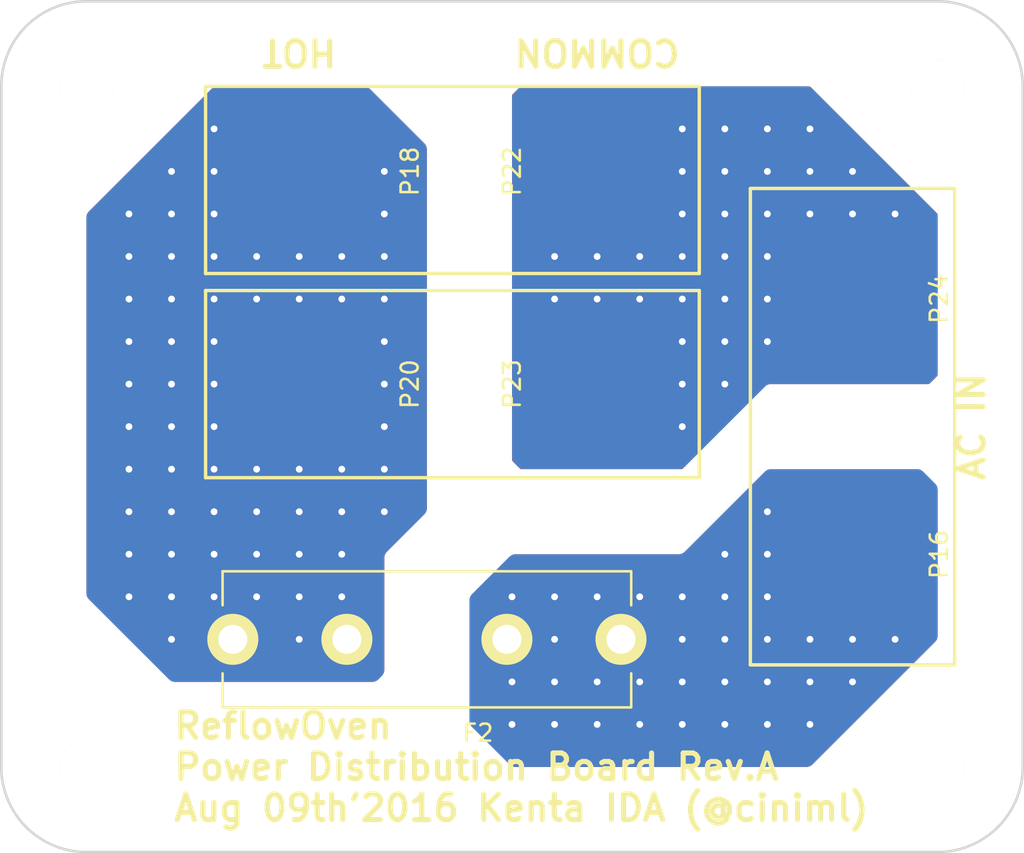
<source format=kicad_pcb>
(kicad_pcb (version 4) (host pcbnew 4.0.1-stable)

  (general
    (links 157)
    (no_connects 2)
    (area 43.924999 29.924999 104.075001 80.075001)
    (thickness 1.6)
    (drawings 24)
    (tracks 260)
    (zones 0)
    (modules 11)
    (nets 4)
  )

  (page A4)
  (layers
    (0 F.Cu signal)
    (31 B.Cu signal)
    (32 B.Adhes user)
    (33 F.Adhes user)
    (34 B.Paste user)
    (35 F.Paste user)
    (36 B.SilkS user)
    (37 F.SilkS user)
    (38 B.Mask user)
    (39 F.Mask user)
    (40 Dwgs.User user)
    (41 Cmts.User user)
    (42 Eco1.User user)
    (43 Eco2.User user)
    (44 Edge.Cuts user)
    (45 Margin user)
    (46 B.CrtYd user)
    (47 F.CrtYd user)
    (48 B.Fab user)
    (49 F.Fab user)
  )

  (setup
    (last_trace_width 0.25)
    (user_trace_width 1)
    (trace_clearance 0.2)
    (zone_clearance 0.6)
    (zone_45_only no)
    (trace_min 0.2)
    (segment_width 0.2)
    (edge_width 0.15)
    (via_size 0.6)
    (via_drill 0.4)
    (via_min_size 0.4)
    (via_min_drill 0.3)
    (uvia_size 0.3)
    (uvia_drill 0.1)
    (uvias_allowed no)
    (uvia_min_size 0.2)
    (uvia_min_drill 0.1)
    (pcb_text_width 0.3)
    (pcb_text_size 1.5 1.5)
    (mod_edge_width 0.15)
    (mod_text_size 1 1)
    (mod_text_width 0.15)
    (pad_size 0.70104 2.5019)
    (pad_drill 0)
    (pad_to_mask_clearance 0.2)
    (aux_axis_origin 44 80)
    (grid_origin 44 80)
    (visible_elements 7FFFFFFF)
    (pcbplotparams
      (layerselection 0x010f0_80000001)
      (usegerberextensions true)
      (excludeedgelayer true)
      (linewidth 0.100000)
      (plotframeref false)
      (viasonmask false)
      (mode 1)
      (useauxorigin true)
      (hpglpennumber 1)
      (hpglpenspeed 20)
      (hpglpendiameter 15)
      (hpglpenoverlay 2)
      (psnegative false)
      (psa4output false)
      (plotreference false)
      (plotvalue false)
      (plotinvisibletext false)
      (padsonsilk false)
      (subtractmaskfromsilk false)
      (outputformat 1)
      (mirror false)
      (drillshape 0)
      (scaleselection 1)
      (outputdirectory Gerber_PowerDistribution))
  )

  (net 0 "")
  (net 1 "Net-(F2-Pad2)")
  (net 2 "Net-(F2-Pad1)")
  (net 3 "Net-(P22-Pad1)")

  (net_class Default "これは標準のネット クラスです。"
    (clearance 0.2)
    (trace_width 0.25)
    (via_dia 0.6)
    (via_drill 0.4)
    (uvia_dia 0.3)
    (uvia_drill 0.1)
    (add_net +3V3)
    (add_net +5V)
    (add_net /Buzzar)
    (add_net /CS0)
    (add_net /CS1)
    (add_net /HEATERDRIVER2/AC_COMMON)
    (add_net /HEATERDRIVER2/GND_LOGIC)
    (add_net /HEATERDRIVER2/HEATER)
    (add_net /HEATERDRIVER2/SSR_CTRL)
    (add_net /HEATERDRIVER2/VDD_LOGIC)
    (add_net /HEATERDRIVER2/ZC_OUT_A)
    (add_net /HEATERDRIVER2/ZC_OUT_B)
    (add_net /LedBlue)
    (add_net /LedGreen)
    (add_net /LedRed)
    (add_net /MISO)
    (add_net /SCK)
    (add_net /SSRCtrl0)
    (add_net /SSRCtrl1)
    (add_net /ZeroCross0)
    (add_net /ZeroCross1)
    (add_net GND)
    (add_net "Net-(CON1-Pad1)")
    (add_net "Net-(CON1-Pad3)")
    (add_net "Net-(D1-Pad1)")
    (add_net "Net-(D2-Pad1)")
    (add_net "Net-(D2-Pad2)")
    (add_net "Net-(D3-Pad2)")
    (add_net "Net-(D4-Pad2)")
    (add_net "Net-(D6-Pad1)")
    (add_net "Net-(D6-Pad2)")
    (add_net "Net-(F2-Pad1)")
    (add_net "Net-(F2-Pad2)")
    (add_net "Net-(P1-Pad1)")
    (add_net "Net-(P1-Pad3)")
    (add_net "Net-(P1-Pad4)")
    (add_net "Net-(P1-Pad5)")
    (add_net "Net-(P12-Pad2)")
    (add_net "Net-(P17-Pad1)")
    (add_net "Net-(P17-Pad2)")
    (add_net "Net-(P17-Pad3)")
    (add_net "Net-(P2-Pad1)")
    (add_net "Net-(P2-Pad2)")
    (add_net "Net-(P2-Pad3)")
    (add_net "Net-(P2-Pad4)")
    (add_net "Net-(P2-Pad5)")
    (add_net "Net-(P2-Pad6)")
    (add_net "Net-(P2-Pad7)")
    (add_net "Net-(P22-Pad1)")
    (add_net "Net-(P3-Pad1)")
    (add_net "Net-(P3-Pad2)")
    (add_net "Net-(P4-Pad1)")
    (add_net "Net-(P4-Pad2)")
    (add_net "Net-(P4-Pad3)")
    (add_net "Net-(P4-Pad4)")
    (add_net "Net-(P4-Pad5)")
    (add_net "Net-(P4-Pad6)")
    (add_net "Net-(P4-Pad7)")
    (add_net "Net-(P4-Pad8)")
    (add_net "Net-(P5-Pad1)")
    (add_net "Net-(P5-Pad2)")
    (add_net "Net-(P6-Pad+)")
    (add_net "Net-(P6-Pad-)")
    (add_net "Net-(P7-Pad+)")
    (add_net "Net-(P7-Pad-)")
    (add_net "Net-(P8-Pad4)")
    (add_net "Net-(P9-Pad4)")
    (add_net "Net-(Q1-Pad1)")
    (add_net "Net-(Q3-Pad1)")
    (add_net "Net-(R1-Pad2)")
    (add_net "Net-(R21-Pad2)")
    (add_net "Net-(R22-Pad2)")
    (add_net "Net-(U1-Pad0.4)")
    (add_net "Net-(U1-Pad0.5)")
    (add_net "Net-(U1-Pad1.4)")
    (add_net "Net-(U1-PadVDDA)")
    (add_net "Net-(U1-PadVREF)")
    (add_net "Net-(U2-Pad8)")
    (add_net "Net-(U3-Pad8)")
    (add_net "Net-(U4-Pad3)")
  )

  (module Mounting_Holes:MountingHole_3.2mm_M3 (layer F.Cu) (tedit 57A61006) (tstamp 57A68071)
    (at 99 35 90)
    (descr "Mounting Hole 3.2mm, no annular, M3")
    (tags "mounting hole 3.2mm no annular m3")
    (fp_text reference REF** (at 0 0 90) (layer F.SilkS) hide
      (effects (font (size 1 1) (thickness 0.15)))
    )
    (fp_text value MountingHole_3.2mm_M3 (at 0 0 90) (layer F.Fab) hide
      (effects (font (size 1 1) (thickness 0.15)))
    )
    (fp_circle (center 0 0) (end 3.2 0) (layer Cmts.User) (width 0.15))
    (fp_circle (center 0 0) (end 3.45 0) (layer F.CrtYd) (width 0.05))
    (pad 1 np_thru_hole circle (at 0 0 90) (size 3.2 3.2) (drill 3.2) (layers *.Cu *.Mask F.SilkS))
  )

  (module Mounting_Holes:MountingHole_3.2mm_M3 (layer F.Cu) (tedit 57A61006) (tstamp 57A6806D)
    (at 99 75 90)
    (descr "Mounting Hole 3.2mm, no annular, M3")
    (tags "mounting hole 3.2mm no annular m3")
    (fp_text reference REF** (at 0 0 90) (layer F.SilkS) hide
      (effects (font (size 1 1) (thickness 0.15)))
    )
    (fp_text value MountingHole_3.2mm_M3 (at 0 0 90) (layer F.Fab) hide
      (effects (font (size 1 1) (thickness 0.15)))
    )
    (fp_circle (center 0 0) (end 3.2 0) (layer Cmts.User) (width 0.15))
    (fp_circle (center 0 0) (end 3.45 0) (layer F.CrtYd) (width 0.05))
    (pad 1 np_thru_hole circle (at 0 0 90) (size 3.2 3.2) (drill 3.2) (layers *.Cu *.Mask F.SilkS))
  )

  (module Mounting_Holes:MountingHole_3.2mm_M3 (layer F.Cu) (tedit 57A61006) (tstamp 57A68069)
    (at 49 75 90)
    (descr "Mounting Hole 3.2mm, no annular, M3")
    (tags "mounting hole 3.2mm no annular m3")
    (fp_text reference REF** (at 0 0 90) (layer F.SilkS) hide
      (effects (font (size 1 1) (thickness 0.15)))
    )
    (fp_text value MountingHole_3.2mm_M3 (at 0 0 90) (layer F.Fab) hide
      (effects (font (size 1 1) (thickness 0.15)))
    )
    (fp_circle (center 0 0) (end 3.2 0) (layer Cmts.User) (width 0.15))
    (fp_circle (center 0 0) (end 3.45 0) (layer F.CrtYd) (width 0.05))
    (pad 1 np_thru_hole circle (at 0 0 90) (size 3.2 3.2) (drill 3.2) (layers *.Cu *.Mask F.SilkS))
  )

  (module Mounting_Holes:MountingHole_3.2mm_M3 (layer F.Cu) (tedit 57A61006) (tstamp 57A68065)
    (at 49 35 90)
    (descr "Mounting Hole 3.2mm, no annular, M3")
    (tags "mounting hole 3.2mm no annular m3")
    (fp_text reference REF** (at 0 0 90) (layer F.SilkS) hide
      (effects (font (size 1 1) (thickness 0.15)))
    )
    (fp_text value MountingHole_3.2mm_M3 (at 0 0 90) (layer F.Fab) hide
      (effects (font (size 1 1) (thickness 0.15)))
    )
    (fp_circle (center 0 0) (end 3.2 0) (layer Cmts.User) (width 0.15))
    (fp_circle (center 0 0) (end 3.45 0) (layer F.CrtYd) (width 0.05))
    (pad 1 np_thru_hole circle (at 0 0 90) (size 3.2 3.2) (drill 3.2) (layers *.Cu *.Mask F.SilkS))
  )

  (module akiduki_terminal:PV-3 (layer F.Cu) (tedit 578FBE8D) (tstamp 579F712E)
    (at 94 62.5 90)
    (tags SMD,TERMINAL)
    (path /577F8C13)
    (fp_text reference P16 (at 0 5.08 90) (layer F.SilkS)
      (effects (font (size 1 1) (thickness 0.15)))
    )
    (fp_text value PV-3 (at 0 -2.5 90) (layer F.Fab)
      (effects (font (size 1 1) (thickness 0.15)))
    )
    (fp_circle (center 0 0) (end 1.5 0) (layer F.Fab) (width 0.15))
    (fp_circle (center 0 0) (end 1 0) (layer F.Fab) (width 0.15))
    (fp_line (start -3.5 -3.5) (end -3.5 3.5) (layer F.Fab) (width 0.15))
    (fp_line (start 3.5 -3.5) (end -3.5 -3.5) (layer F.Fab) (width 0.15))
    (fp_line (start 3.5 3.5) (end 3.5 -3.5) (layer F.Fab) (width 0.15))
    (fp_line (start -3.5 3.5) (end 3.5 3.5) (layer F.Fab) (width 0.15))
    (pad 1 smd rect (at 0 0 90) (size 8 8) (layers F.Cu F.Paste F.Mask)
      (net 1 "Net-(F2-Pad2)"))
  )

  (module akiduki_terminal:PV-3 (layer F.Cu) (tedit 578FBE8D) (tstamp 579F714C)
    (at 61.5 40 90)
    (tags SMD,TERMINAL)
    (path /577F8B47)
    (fp_text reference P18 (at 0 6.5 90) (layer F.SilkS)
      (effects (font (size 1 1) (thickness 0.15)))
    )
    (fp_text value PV-3 (at 0 -2.5 90) (layer F.Fab)
      (effects (font (size 1 1) (thickness 0.15)))
    )
    (fp_circle (center 0 0) (end 1.5 0) (layer F.Fab) (width 0.15))
    (fp_circle (center 0 0) (end 1 0) (layer F.Fab) (width 0.15))
    (fp_line (start -3.5 -3.5) (end -3.5 3.5) (layer F.Fab) (width 0.15))
    (fp_line (start 3.5 -3.5) (end -3.5 -3.5) (layer F.Fab) (width 0.15))
    (fp_line (start 3.5 3.5) (end 3.5 -3.5) (layer F.Fab) (width 0.15))
    (fp_line (start -3.5 3.5) (end 3.5 3.5) (layer F.Fab) (width 0.15))
    (pad 1 smd rect (at 0 0 90) (size 8 8) (layers F.Cu F.Paste F.Mask)
      (net 2 "Net-(F2-Pad1)"))
  )

  (module akiduki_terminal:PV-3 (layer F.Cu) (tedit 578FBE8D) (tstamp 579F7162)
    (at 61.5 52.5 90)
    (tags SMD,TERMINAL)
    (path /577F8EF7)
    (fp_text reference P20 (at 0 6.5 90) (layer F.SilkS)
      (effects (font (size 1 1) (thickness 0.15)))
    )
    (fp_text value PV-3 (at 0 -2.5 90) (layer F.Fab)
      (effects (font (size 1 1) (thickness 0.15)))
    )
    (fp_circle (center 0 0) (end 1.5 0) (layer F.Fab) (width 0.15))
    (fp_circle (center 0 0) (end 1 0) (layer F.Fab) (width 0.15))
    (fp_line (start -3.5 -3.5) (end -3.5 3.5) (layer F.Fab) (width 0.15))
    (fp_line (start 3.5 -3.5) (end -3.5 -3.5) (layer F.Fab) (width 0.15))
    (fp_line (start 3.5 3.5) (end 3.5 -3.5) (layer F.Fab) (width 0.15))
    (fp_line (start -3.5 3.5) (end 3.5 3.5) (layer F.Fab) (width 0.15))
    (pad 1 smd rect (at 0 0 90) (size 8 8) (layers F.Cu F.Paste F.Mask)
      (net 2 "Net-(F2-Pad1)"))
  )

  (module akiduki_terminal:FUC-03A-FUSE-20 (layer F.Cu) (tedit 579F78D2) (tstamp 57A01970)
    (at 69 67.5)
    (tags FUSE)
    (path /579FC585)
    (fp_text reference F2 (at 3 5.5) (layer F.SilkS)
      (effects (font (size 1 1) (thickness 0.15)))
    )
    (fp_text value 250V,15A (at -3 5.5) (layer F.Fab) hide
      (effects (font (size 1 1) (thickness 0.15)))
    )
    (fp_line (start -12 4) (end -12 2) (layer F.SilkS) (width 0.15))
    (fp_line (start 12 4) (end -12 4) (layer F.SilkS) (width 0.15))
    (fp_line (start 12 2) (end 12 4) (layer F.SilkS) (width 0.15))
    (fp_line (start 12 -4) (end 12 -2) (layer F.SilkS) (width 0.15))
    (fp_line (start -12 -4) (end 12 -4) (layer F.SilkS) (width 0.15))
    (fp_line (start -12 -2) (end -12 -4) (layer F.SilkS) (width 0.15))
    (fp_line (start 10 2.6) (end 10 -2.6) (layer F.Fab) (width 0.15))
    (fp_line (start -10 -2.6) (end -10 2.6) (layer F.Fab) (width 0.15))
    (fp_line (start -10 -2.6) (end 10 -2.6) (layer F.Fab) (width 0.15))
    (fp_line (start -10 2.6) (end 10 2.6) (layer F.Fab) (width 0.15))
    (fp_line (start 10.2 -3.2) (end 10.2 3.2) (layer F.Fab) (width 0.15))
    (fp_line (start 11.2 -3.2) (end 4.9 -3.2) (layer F.Fab) (width 0.15))
    (fp_line (start 11.2 3.2) (end 11.2 -3.2) (layer F.Fab) (width 0.15))
    (fp_line (start 4.9 3.2) (end 11.2 3.2) (layer F.Fab) (width 0.15))
    (fp_line (start 4.9 -3.2) (end 4.9 3.2) (layer F.Fab) (width 0.15))
    (fp_line (start -11.2 -3.2) (end -11.2 3.2) (layer F.Fab) (width 0.15))
    (fp_line (start -4.9 -3.2) (end -11.2 -3.2) (layer F.Fab) (width 0.15))
    (fp_line (start -4.9 3.2) (end -4.9 -3.2) (layer F.Fab) (width 0.15))
    (fp_line (start -10.2 3.2) (end -10.2 -3.2) (layer F.Fab) (width 0.15))
    (fp_line (start -11.2 3.2) (end -4.9 3.2) (layer F.Fab) (width 0.15))
    (pad 2 thru_hole circle (at 11.4 0) (size 3 3) (drill 1.7) (layers *.Cu *.Mask F.SilkS)
      (net 1 "Net-(F2-Pad2)"))
    (pad 2 thru_hole circle (at 4.7 0) (size 3 3) (drill 1.7) (layers *.Cu *.Mask F.SilkS)
      (net 1 "Net-(F2-Pad2)"))
    (pad 1 thru_hole circle (at -11.4 0 180) (size 3 3) (drill 1.7) (layers *.Cu *.Mask F.SilkS)
      (net 2 "Net-(F2-Pad1)"))
    (pad 1 thru_hole circle (at -4.7 0 180) (size 3 3) (drill 1.7) (layers *.Cu *.Mask F.SilkS)
      (net 2 "Net-(F2-Pad1)"))
  )

  (module akiduki_terminal:PV-3 (layer F.Cu) (tedit 578FBE8D) (tstamp 57A0B41C)
    (at 79 40 90)
    (tags SMD,TERMINAL)
    (path /57A060D5)
    (fp_text reference P22 (at 0 -5 90) (layer F.SilkS)
      (effects (font (size 1 1) (thickness 0.15)))
    )
    (fp_text value PV-3 (at 0 -2.5 90) (layer F.Fab)
      (effects (font (size 1 1) (thickness 0.15)))
    )
    (fp_circle (center 0 0) (end 1.5 0) (layer F.Fab) (width 0.15))
    (fp_circle (center 0 0) (end 1 0) (layer F.Fab) (width 0.15))
    (fp_line (start -3.5 -3.5) (end -3.5 3.5) (layer F.Fab) (width 0.15))
    (fp_line (start 3.5 -3.5) (end -3.5 -3.5) (layer F.Fab) (width 0.15))
    (fp_line (start 3.5 3.5) (end 3.5 -3.5) (layer F.Fab) (width 0.15))
    (fp_line (start -3.5 3.5) (end 3.5 3.5) (layer F.Fab) (width 0.15))
    (pad 1 smd rect (at 0 0 90) (size 8 8) (layers F.Cu F.Paste F.Mask)
      (net 3 "Net-(P22-Pad1)"))
  )

  (module akiduki_terminal:PV-3 (layer F.Cu) (tedit 578FBE8D) (tstamp 57A0B427)
    (at 79 52.5 90)
    (tags SMD,TERMINAL)
    (path /57A061EC)
    (fp_text reference P23 (at 0 -5 90) (layer F.SilkS)
      (effects (font (size 1 1) (thickness 0.15)))
    )
    (fp_text value PV-3 (at 0 -2.5 90) (layer F.Fab)
      (effects (font (size 1 1) (thickness 0.15)))
    )
    (fp_circle (center 0 0) (end 1.5 0) (layer F.Fab) (width 0.15))
    (fp_circle (center 0 0) (end 1 0) (layer F.Fab) (width 0.15))
    (fp_line (start -3.5 -3.5) (end -3.5 3.5) (layer F.Fab) (width 0.15))
    (fp_line (start 3.5 -3.5) (end -3.5 -3.5) (layer F.Fab) (width 0.15))
    (fp_line (start 3.5 3.5) (end 3.5 -3.5) (layer F.Fab) (width 0.15))
    (fp_line (start -3.5 3.5) (end 3.5 3.5) (layer F.Fab) (width 0.15))
    (pad 1 smd rect (at 0 0 90) (size 8 8) (layers F.Cu F.Paste F.Mask)
      (net 3 "Net-(P22-Pad1)"))
  )

  (module akiduki_terminal:PV-3 (layer F.Cu) (tedit 578FBE8D) (tstamp 57A0B432)
    (at 94 47.5 90)
    (tags SMD,TERMINAL)
    (path /57A05FD9)
    (fp_text reference P24 (at 0 5.08 90) (layer F.SilkS)
      (effects (font (size 1 1) (thickness 0.15)))
    )
    (fp_text value PV-3 (at 0 -2.5 90) (layer F.Fab)
      (effects (font (size 1 1) (thickness 0.15)))
    )
    (fp_circle (center 0 0) (end 1.5 0) (layer F.Fab) (width 0.15))
    (fp_circle (center 0 0) (end 1 0) (layer F.Fab) (width 0.15))
    (fp_line (start -3.5 -3.5) (end -3.5 3.5) (layer F.Fab) (width 0.15))
    (fp_line (start 3.5 -3.5) (end -3.5 -3.5) (layer F.Fab) (width 0.15))
    (fp_line (start 3.5 3.5) (end 3.5 -3.5) (layer F.Fab) (width 0.15))
    (fp_line (start -3.5 3.5) (end 3.5 3.5) (layer F.Fab) (width 0.15))
    (pad 1 smd rect (at 0 0 90) (size 8 8) (layers F.Cu F.Paste F.Mask)
      (net 3 "Net-(P22-Pad1)"))
  )

  (gr_text "ReflowOven \nPower Distribution Board Rev.A\nAug 09th'2016 Kenta IDA (@ciniml)" (at 54 75) (layer F.SilkS) (tstamp 57A8D125)
    (effects (font (size 1.5 1.5) (thickness 0.3)) (justify left))
  )
  (gr_arc (start 49 75) (end 49 80) (angle 90) (layer Edge.Cuts) (width 0.15))
  (gr_arc (start 99 75) (end 104 75) (angle 90) (layer Edge.Cuts) (width 0.15))
  (gr_arc (start 99 35) (end 99 30) (angle 90) (layer Edge.Cuts) (width 0.15))
  (gr_arc (start 49 35) (end 44 35) (angle 90) (layer Edge.Cuts) (width 0.15))
  (gr_text COMMON (at 79 33 180) (layer F.SilkS) (tstamp 57A77EC6)
    (effects (font (size 1.5 1.5) (thickness 0.3)))
  )
  (gr_text HOT (at 61.5 33 180) (layer F.SilkS) (tstamp 57A77EC3)
    (effects (font (size 1.5 1.5) (thickness 0.3)))
  )
  (gr_line (start 56 46) (end 85 46) (layer F.SilkS) (width 0.2))
  (gr_line (start 56 35) (end 56 46) (layer F.SilkS) (width 0.2))
  (gr_line (start 85 35) (end 56 35) (layer F.SilkS) (width 0.2))
  (gr_line (start 85 46) (end 85 35) (layer F.SilkS) (width 0.2))
  (gr_line (start 56 58) (end 85 58) (layer F.SilkS) (width 0.2))
  (gr_line (start 56 47) (end 56 58) (layer F.SilkS) (width 0.2))
  (gr_line (start 85 47) (end 56 47) (layer F.SilkS) (width 0.2))
  (gr_line (start 85 58) (end 85 47) (layer F.SilkS) (width 0.2))
  (gr_text "AC IN" (at 101 55 90) (layer F.SilkS)
    (effects (font (size 1.5 1.5) (thickness 0.3)))
  )
  (gr_line (start 100 69) (end 88 69) (layer F.SilkS) (width 0.2))
  (gr_line (start 100 41) (end 100 69) (layer F.SilkS) (width 0.2))
  (gr_line (start 88 41) (end 100 41) (layer F.SilkS) (width 0.2))
  (gr_line (start 88 69) (end 88 41) (layer F.SilkS) (width 0.2))
  (gr_line (start 104 35) (end 104 75) (layer Edge.Cuts) (width 0.15))
  (gr_line (start 49 30) (end 99 30) (layer Edge.Cuts) (width 0.15))
  (gr_line (start 44 75) (end 44 35) (layer Edge.Cuts) (width 0.15))
  (gr_line (start 99 80) (end 49 80) (layer Edge.Cuts) (width 0.15))

  (segment (start 76.5 67.5) (end 74 65) (width 0.25) (layer B.Cu) (net 1))
  (via (at 74 65) (size 0.6) (drill 0.4) (layers F.Cu B.Cu) (net 1))
  (segment (start 76.5 65) (end 76.5 67.5) (width 0.25) (layer F.Cu) (net 1))
  (via (at 76.5 67.5) (size 0.6) (drill 0.4) (layers F.Cu B.Cu) (net 1))
  (segment (start 79 65) (end 76.5 65) (width 0.25) (layer B.Cu) (net 1))
  (via (at 76.5 65) (size 0.6) (drill 0.4) (layers F.Cu B.Cu) (net 1))
  (segment (start 81.5 65) (end 79 65) (width 0.25) (layer F.Cu) (net 1))
  (via (at 79 65) (size 0.6) (drill 0.4) (layers F.Cu B.Cu) (net 1))
  (segment (start 84 65) (end 81.5 65) (width 0.25) (layer B.Cu) (net 1))
  (via (at 81.5 65) (size 0.6) (drill 0.4) (layers F.Cu B.Cu) (net 1))
  (segment (start 79 70) (end 81.5 70) (width 0.25) (layer F.Cu) (net 1))
  (via (at 81.5 70) (size 0.6) (drill 0.4) (layers F.Cu B.Cu) (net 1))
  (segment (start 76.5 70) (end 79 70) (width 0.25) (layer B.Cu) (net 1))
  (via (at 79 70) (size 0.6) (drill 0.4) (layers F.Cu B.Cu) (net 1))
  (segment (start 74 70) (end 76.5 70) (width 0.25) (layer F.Cu) (net 1))
  (via (at 76.5 70) (size 0.6) (drill 0.4) (layers F.Cu B.Cu) (net 1))
  (segment (start 74 72.5) (end 74 70) (width 0.25) (layer B.Cu) (net 1))
  (via (at 74 70) (size 0.6) (drill 0.4) (layers F.Cu B.Cu) (net 1))
  (segment (start 76.5 72.5) (end 74 72.5) (width 0.25) (layer F.Cu) (net 1))
  (via (at 74 72.5) (size 0.6) (drill 0.4) (layers F.Cu B.Cu) (net 1))
  (segment (start 79 72.5) (end 76.5 72.5) (width 0.25) (layer B.Cu) (net 1))
  (via (at 76.5 72.5) (size 0.6) (drill 0.4) (layers F.Cu B.Cu) (net 1))
  (segment (start 81.5 72.5) (end 79 72.5) (width 0.25) (layer F.Cu) (net 1))
  (via (at 79 72.5) (size 0.6) (drill 0.4) (layers F.Cu B.Cu) (net 1))
  (segment (start 84 72.5) (end 81.5 72.5) (width 0.25) (layer B.Cu) (net 1))
  (via (at 81.5 72.5) (size 0.6) (drill 0.4) (layers F.Cu B.Cu) (net 1))
  (segment (start 86.5 72.5) (end 84 72.5) (width 0.25) (layer F.Cu) (net 1))
  (via (at 84 72.5) (size 0.6) (drill 0.4) (layers F.Cu B.Cu) (net 1))
  (segment (start 84 70) (end 86.5 72.5) (width 0.25) (layer B.Cu) (net 1))
  (via (at 86.5 72.5) (size 0.6) (drill 0.4) (layers F.Cu B.Cu) (net 1))
  (segment (start 84 65) (end 84 70) (width 0.25) (layer F.Cu) (net 1))
  (via (at 84 70) (size 0.6) (drill 0.4) (layers F.Cu B.Cu) (net 1))
  (segment (start 84 67.5) (end 84 65) (width 0.25) (layer B.Cu) (net 1))
  (via (at 84 65) (size 0.6) (drill 0.4) (layers F.Cu B.Cu) (net 1))
  (segment (start 86.5 70) (end 84 67.5) (width 0.25) (layer F.Cu) (net 1))
  (via (at 84 67.5) (size 0.6) (drill 0.4) (layers F.Cu B.Cu) (net 1))
  (segment (start 89 72.5) (end 86.5 70) (width 0.25) (layer B.Cu) (net 1))
  (via (at 86.5 70) (size 0.6) (drill 0.4) (layers F.Cu B.Cu) (net 1))
  (segment (start 91.5 72.5) (end 89 72.5) (width 0.25) (layer F.Cu) (net 1))
  (via (at 89 72.5) (size 0.6) (drill 0.4) (layers F.Cu B.Cu) (net 1))
  (segment (start 94 70) (end 91.5 72.5) (width 0.25) (layer B.Cu) (net 1))
  (via (at 91.5 72.5) (size 0.6) (drill 0.4) (layers F.Cu B.Cu) (net 1))
  (segment (start 91.5 70) (end 94 70) (width 0.25) (layer F.Cu) (net 1))
  (via (at 94 70) (size 0.6) (drill 0.4) (layers F.Cu B.Cu) (net 1))
  (segment (start 89 70) (end 91.5 70) (width 0.25) (layer B.Cu) (net 1))
  (via (at 91.5 70) (size 0.6) (drill 0.4) (layers F.Cu B.Cu) (net 1))
  (segment (start 86.5 67.5) (end 89 70) (width 0.25) (layer F.Cu) (net 1))
  (via (at 89 70) (size 0.6) (drill 0.4) (layers F.Cu B.Cu) (net 1))
  (segment (start 86.5 65) (end 86.5 67.5) (width 0.25) (layer B.Cu) (net 1))
  (via (at 86.5 67.5) (size 0.6) (drill 0.4) (layers F.Cu B.Cu) (net 1))
  (segment (start 86.5 62.5) (end 86.5 65) (width 0.25) (layer F.Cu) (net 1))
  (via (at 86.5 65) (size 0.6) (drill 0.4) (layers F.Cu B.Cu) (net 1))
  (segment (start 89 60) (end 86.5 62.5) (width 0.25) (layer B.Cu) (net 1))
  (via (at 86.5 62.5) (size 0.6) (drill 0.4) (layers F.Cu B.Cu) (net 1))
  (segment (start 89 62.5) (end 89 60) (width 0.25) (layer F.Cu) (net 1))
  (via (at 89 60) (size 0.6) (drill 0.4) (layers F.Cu B.Cu) (net 1))
  (segment (start 89 65) (end 89 62.5) (width 0.25) (layer B.Cu) (net 1))
  (via (at 89 62.5) (size 0.6) (drill 0.4) (layers F.Cu B.Cu) (net 1))
  (segment (start 89 67.5) (end 89 65) (width 0.25) (layer F.Cu) (net 1))
  (via (at 89 65) (size 0.6) (drill 0.4) (layers F.Cu B.Cu) (net 1))
  (segment (start 91.5 67.5) (end 89 67.5) (width 0.25) (layer B.Cu) (net 1))
  (via (at 89 67.5) (size 0.6) (drill 0.4) (layers F.Cu B.Cu) (net 1))
  (segment (start 94 67.5) (end 91.5 67.5) (width 0.25) (layer F.Cu) (net 1))
  (via (at 91.5 67.5) (size 0.6) (drill 0.4) (layers F.Cu B.Cu) (net 1))
  (segment (start 96.5 67.5) (end 94 67.5) (width 0.25) (layer B.Cu) (net 1))
  (via (at 94 67.5) (size 0.6) (drill 0.4) (layers F.Cu B.Cu) (net 1))
  (segment (start 94 62.5) (end 94 66.75) (width 0.25) (layer F.Cu) (net 1))
  (segment (start 94 66.75) (end 94.75 67.5) (width 0.25) (layer F.Cu) (net 1))
  (segment (start 94.75 67.5) (end 96.5 67.5) (width 0.25) (layer F.Cu) (net 1))
  (via (at 96.5 67.5) (size 0.6) (drill 0.4) (layers F.Cu B.Cu) (net 1))
  (segment (start 64 60) (end 66.5 60) (width 0.25) (layer B.Cu) (net 2))
  (via (at 66.5 60) (size 0.6) (drill 0.4) (layers F.Cu B.Cu) (net 2))
  (segment (start 64 62.5) (end 64 65) (width 0.25) (layer F.Cu) (net 2))
  (via (at 64 65) (size 0.6) (drill 0.4) (layers F.Cu B.Cu) (net 2))
  (segment (start 64 60) (end 64 62.5) (width 0.25) (layer B.Cu) (net 2))
  (via (at 64 62.5) (size 0.6) (drill 0.4) (layers F.Cu B.Cu) (net 2))
  (segment (start 61.5 60) (end 64 60) (width 0.25) (layer F.Cu) (net 2))
  (via (at 64 60) (size 0.6) (drill 0.4) (layers F.Cu B.Cu) (net 2))
  (segment (start 61.5 62.5) (end 61.5 60) (width 0.25) (layer B.Cu) (net 2))
  (via (at 61.5 60) (size 0.6) (drill 0.4) (layers F.Cu B.Cu) (net 2))
  (segment (start 61.5 65) (end 61.5 62.5) (width 0.25) (layer F.Cu) (net 2))
  (via (at 61.5 62.5) (size 0.6) (drill 0.4) (layers F.Cu B.Cu) (net 2))
  (segment (start 61.5 67.5) (end 61.5 65) (width 0.25) (layer B.Cu) (net 2))
  (via (at 61.5 65) (size 0.6) (drill 0.4) (layers F.Cu B.Cu) (net 2))
  (segment (start 59 65) (end 61.5 67.5) (width 0.25) (layer F.Cu) (net 2))
  (via (at 61.5 67.5) (size 0.6) (drill 0.4) (layers F.Cu B.Cu) (net 2))
  (segment (start 59 62.5) (end 59 65) (width 0.25) (layer B.Cu) (net 2))
  (via (at 59 65) (size 0.6) (drill 0.4) (layers F.Cu B.Cu) (net 2))
  (segment (start 59 60) (end 59 62.5) (width 0.25) (layer F.Cu) (net 2))
  (via (at 59 62.5) (size 0.6) (drill 0.4) (layers F.Cu B.Cu) (net 2))
  (segment (start 59 57.5) (end 59 60) (width 0.25) (layer B.Cu) (net 2))
  (via (at 59 60) (size 0.6) (drill 0.4) (layers F.Cu B.Cu) (net 2))
  (segment (start 61.5 57.5) (end 59 57.5) (width 0.25) (layer F.Cu) (net 2))
  (via (at 59 57.5) (size 0.6) (drill 0.4) (layers F.Cu B.Cu) (net 2))
  (segment (start 64 57.5) (end 61.5 57.5) (width 0.25) (layer B.Cu) (net 2))
  (via (at 61.5 57.5) (size 0.6) (drill 0.4) (layers F.Cu B.Cu) (net 2))
  (segment (start 66.5 57.5) (end 64 57.5) (width 0.25) (layer F.Cu) (net 2))
  (via (at 64 57.5) (size 0.6) (drill 0.4) (layers F.Cu B.Cu) (net 2))
  (segment (start 66.5 55) (end 66.5 57.5) (width 0.25) (layer B.Cu) (net 2))
  (via (at 66.5 57.5) (size 0.6) (drill 0.4) (layers F.Cu B.Cu) (net 2))
  (segment (start 66.5 52.5) (end 66.5 55) (width 0.25) (layer F.Cu) (net 2))
  (via (at 66.5 55) (size 0.6) (drill 0.4) (layers F.Cu B.Cu) (net 2))
  (segment (start 66.5 50) (end 66.5 52.5) (width 0.25) (layer B.Cu) (net 2))
  (via (at 66.5 52.5) (size 0.6) (drill 0.4) (layers F.Cu B.Cu) (net 2))
  (segment (start 66.5 47.5) (end 66.5 50) (width 0.25) (layer F.Cu) (net 2))
  (via (at 66.5 50) (size 0.6) (drill 0.4) (layers F.Cu B.Cu) (net 2))
  (segment (start 64 47.5) (end 66.5 47.5) (width 0.25) (layer B.Cu) (net 2))
  (via (at 66.5 47.5) (size 0.6) (drill 0.4) (layers F.Cu B.Cu) (net 2))
  (via (at 64 47.5) (size 0.6) (drill 0.4) (layers F.Cu B.Cu) (net 2))
  (segment (start 61.5 47.5) (end 64 47.5) (width 0.25) (layer B.Cu) (net 2))
  (segment (start 59 47.5) (end 61.5 47.5) (width 0.25) (layer F.Cu) (net 2))
  (via (at 61.5 47.5) (size 0.6) (drill 0.4) (layers F.Cu B.Cu) (net 2))
  (segment (start 66.5 42.5) (end 66.5 40) (width 0.25) (layer B.Cu) (net 2))
  (via (at 66.5 40) (size 0.6) (drill 0.4) (layers F.Cu B.Cu) (net 2))
  (segment (start 66.5 45) (end 66.5 42.5) (width 0.25) (layer F.Cu) (net 2))
  (via (at 66.5 42.5) (size 0.6) (drill 0.4) (layers F.Cu B.Cu) (net 2))
  (segment (start 64 45) (end 66.5 45) (width 0.25) (layer B.Cu) (net 2))
  (via (at 66.5 45) (size 0.6) (drill 0.4) (layers F.Cu B.Cu) (net 2))
  (segment (start 61.5 45) (end 64 45) (width 0.25) (layer F.Cu) (net 2))
  (via (at 64 45) (size 0.6) (drill 0.4) (layers F.Cu B.Cu) (net 2))
  (segment (start 59 45) (end 61.5 45) (width 0.25) (layer B.Cu) (net 2))
  (via (at 61.5 45) (size 0.6) (drill 0.4) (layers F.Cu B.Cu) (net 2))
  (segment (start 59 47.5) (end 59 45) (width 0.25) (layer F.Cu) (net 2))
  (via (at 59 45) (size 0.6) (drill 0.4) (layers F.Cu B.Cu) (net 2))
  (segment (start 56.5 47.5) (end 59 47.5) (width 0.25) (layer B.Cu) (net 2))
  (via (at 59 47.5) (size 0.6) (drill 0.4) (layers F.Cu B.Cu) (net 2))
  (segment (start 56.5 50) (end 56.5 47.5) (width 0.25) (layer F.Cu) (net 2))
  (via (at 56.5 47.5) (size 0.6) (drill 0.4) (layers F.Cu B.Cu) (net 2))
  (segment (start 56.5 52.5) (end 56.5 50) (width 0.25) (layer B.Cu) (net 2))
  (via (at 56.5 50) (size 0.6) (drill 0.4) (layers F.Cu B.Cu) (net 2))
  (segment (start 56.5 55) (end 56.5 52.5) (width 0.25) (layer F.Cu) (net 2))
  (via (at 56.5 52.5) (size 0.6) (drill 0.4) (layers F.Cu B.Cu) (net 2))
  (segment (start 56.5 57.5) (end 56.5 55) (width 0.25) (layer B.Cu) (net 2))
  (via (at 56.5 55) (size 0.6) (drill 0.4) (layers F.Cu B.Cu) (net 2))
  (segment (start 56.5 60) (end 56.5 57.5) (width 0.25) (layer F.Cu) (net 2))
  (via (at 56.5 57.5) (size 0.6) (drill 0.4) (layers F.Cu B.Cu) (net 2))
  (segment (start 56.5 62.5) (end 56.5 60) (width 0.25) (layer B.Cu) (net 2))
  (via (at 56.5 60) (size 0.6) (drill 0.4) (layers F.Cu B.Cu) (net 2))
  (segment (start 56.5 65) (end 56.5 62.5) (width 0.25) (layer F.Cu) (net 2))
  (via (at 56.5 62.5) (size 0.6) (drill 0.4) (layers F.Cu B.Cu) (net 2))
  (segment (start 54 65) (end 56.5 65) (width 0.25) (layer B.Cu) (net 2))
  (via (at 56.5 65) (size 0.6) (drill 0.4) (layers F.Cu B.Cu) (net 2))
  (segment (start 54 62.5) (end 54 65) (width 0.25) (layer F.Cu) (net 2))
  (via (at 54 65) (size 0.6) (drill 0.4) (layers F.Cu B.Cu) (net 2))
  (segment (start 54 60) (end 54 62.5) (width 0.25) (layer B.Cu) (net 2))
  (via (at 54 62.5) (size 0.6) (drill 0.4) (layers F.Cu B.Cu) (net 2))
  (segment (start 54 57.5) (end 54 60) (width 0.25) (layer F.Cu) (net 2))
  (via (at 54 60) (size 0.6) (drill 0.4) (layers F.Cu B.Cu) (net 2))
  (segment (start 54 55) (end 54 57.5) (width 0.25) (layer B.Cu) (net 2))
  (via (at 54 57.5) (size 0.6) (drill 0.4) (layers F.Cu B.Cu) (net 2))
  (segment (start 54 52.5) (end 54 55) (width 0.25) (layer F.Cu) (net 2))
  (via (at 54 55) (size 0.6) (drill 0.4) (layers F.Cu B.Cu) (net 2))
  (segment (start 54 50) (end 54 52.5) (width 0.25) (layer B.Cu) (net 2))
  (via (at 54 52.5) (size 0.6) (drill 0.4) (layers F.Cu B.Cu) (net 2))
  (segment (start 54 47.5) (end 54 50) (width 0.25) (layer F.Cu) (net 2))
  (via (at 54 50) (size 0.6) (drill 0.4) (layers F.Cu B.Cu) (net 2))
  (segment (start 54 45) (end 54 47.5) (width 0.25) (layer B.Cu) (net 2))
  (via (at 54 47.5) (size 0.6) (drill 0.4) (layers F.Cu B.Cu) (net 2))
  (segment (start 54 42.5) (end 54 45) (width 0.25) (layer F.Cu) (net 2))
  (via (at 54 45) (size 0.6) (drill 0.4) (layers F.Cu B.Cu) (net 2))
  (segment (start 56.5 45) (end 54 42.5) (width 0.25) (layer B.Cu) (net 2))
  (via (at 54 42.5) (size 0.6) (drill 0.4) (layers F.Cu B.Cu) (net 2))
  (segment (start 56.5 42.5) (end 56.5 45) (width 0.25) (layer F.Cu) (net 2))
  (via (at 56.5 45) (size 0.6) (drill 0.4) (layers F.Cu B.Cu) (net 2))
  (segment (start 56.5 40) (end 56.5 42.5) (width 0.25) (layer B.Cu) (net 2))
  (via (at 56.5 42.5) (size 0.6) (drill 0.4) (layers F.Cu B.Cu) (net 2))
  (segment (start 56.5 37.5) (end 56.5 40) (width 0.25) (layer F.Cu) (net 2))
  (via (at 56.5 40) (size 0.6) (drill 0.4) (layers F.Cu B.Cu) (net 2))
  (segment (start 54 40) (end 56.5 37.5) (width 0.25) (layer B.Cu) (net 2))
  (via (at 56.5 37.5) (size 0.6) (drill 0.4) (layers F.Cu B.Cu) (net 2))
  (segment (start 51.5 42.5) (end 54 40) (width 0.25) (layer F.Cu) (net 2))
  (via (at 54 40) (size 0.6) (drill 0.4) (layers F.Cu B.Cu) (net 2))
  (segment (start 51.5 45) (end 51.5 42.5) (width 0.25) (layer B.Cu) (net 2))
  (via (at 51.5 42.5) (size 0.6) (drill 0.4) (layers F.Cu B.Cu) (net 2))
  (segment (start 51.5 47.5) (end 51.5 45) (width 0.25) (layer F.Cu) (net 2))
  (via (at 51.5 45) (size 0.6) (drill 0.4) (layers F.Cu B.Cu) (net 2))
  (segment (start 51.5 50) (end 51.5 47.5) (width 0.25) (layer B.Cu) (net 2))
  (via (at 51.5 47.5) (size 0.6) (drill 0.4) (layers F.Cu B.Cu) (net 2))
  (segment (start 51.5 52.5) (end 51.5 50) (width 0.25) (layer F.Cu) (net 2))
  (via (at 51.5 50) (size 0.6) (drill 0.4) (layers F.Cu B.Cu) (net 2))
  (segment (start 51.5 55) (end 51.5 52.5) (width 0.25) (layer B.Cu) (net 2))
  (via (at 51.5 52.5) (size 0.6) (drill 0.4) (layers F.Cu B.Cu) (net 2))
  (segment (start 51.5 57.5) (end 51.5 55) (width 0.25) (layer F.Cu) (net 2))
  (via (at 51.5 55) (size 0.6) (drill 0.4) (layers F.Cu B.Cu) (net 2))
  (segment (start 51.5 60) (end 51.5 57.5) (width 0.25) (layer B.Cu) (net 2))
  (via (at 51.5 57.5) (size 0.6) (drill 0.4) (layers F.Cu B.Cu) (net 2))
  (segment (start 51.5 62.5) (end 51.5 60) (width 0.25) (layer F.Cu) (net 2))
  (via (at 51.5 60) (size 0.6) (drill 0.4) (layers F.Cu B.Cu) (net 2))
  (segment (start 51.5 65) (end 51.5 62.5) (width 0.25) (layer B.Cu) (net 2))
  (via (at 51.5 62.5) (size 0.6) (drill 0.4) (layers F.Cu B.Cu) (net 2))
  (segment (start 54 67.5) (end 51.5 65) (width 0.25) (layer F.Cu) (net 2))
  (via (at 51.5 65) (size 0.6) (drill 0.4) (layers F.Cu B.Cu) (net 2))
  (segment (start 57.6 67.5) (end 54 67.5) (width 0.25) (layer B.Cu) (net 2))
  (via (at 54 67.5) (size 0.6) (drill 0.4) (layers F.Cu B.Cu) (net 2))
  (segment (start 96.5 42.5) (end 94 40) (width 0.25) (layer F.Cu) (net 3))
  (via (at 94 40) (size 0.6) (drill 0.4) (layers F.Cu B.Cu) (net 3))
  (segment (start 94 42.5) (end 96.5 42.5) (width 0.25) (layer B.Cu) (net 3))
  (via (at 96.5 42.5) (size 0.6) (drill 0.4) (layers F.Cu B.Cu) (net 3))
  (segment (start 91.5 42.5) (end 94 42.5) (width 0.25) (layer F.Cu) (net 3))
  (via (at 94 42.5) (size 0.6) (drill 0.4) (layers F.Cu B.Cu) (net 3))
  (segment (start 91.5 40) (end 91.5 42.5) (width 0.25) (layer B.Cu) (net 3))
  (via (at 91.5 42.5) (size 0.6) (drill 0.4) (layers F.Cu B.Cu) (net 3))
  (segment (start 91.5 37.5) (end 91.5 40) (width 0.25) (layer F.Cu) (net 3))
  (via (at 91.5 40) (size 0.6) (drill 0.4) (layers F.Cu B.Cu) (net 3))
  (segment (start 89 37.5) (end 91.5 37.5) (width 0.25) (layer B.Cu) (net 3))
  (via (at 91.5 37.5) (size 0.6) (drill 0.4) (layers F.Cu B.Cu) (net 3))
  (segment (start 89 40) (end 89 37.5) (width 0.25) (layer F.Cu) (net 3))
  (via (at 89 37.5) (size 0.6) (drill 0.4) (layers F.Cu B.Cu) (net 3))
  (segment (start 89 42.5) (end 89 40) (width 0.25) (layer B.Cu) (net 3))
  (via (at 89 40) (size 0.6) (drill 0.4) (layers F.Cu B.Cu) (net 3))
  (segment (start 89 45) (end 89 42.5) (width 0.25) (layer F.Cu) (net 3))
  (via (at 89 42.5) (size 0.6) (drill 0.4) (layers F.Cu B.Cu) (net 3))
  (segment (start 89 47.5) (end 89 45) (width 0.25) (layer B.Cu) (net 3))
  (via (at 89 45) (size 0.6) (drill 0.4) (layers F.Cu B.Cu) (net 3))
  (segment (start 89 50) (end 89 47.5) (width 0.25) (layer F.Cu) (net 3))
  (via (at 89 47.5) (size 0.6) (drill 0.4) (layers F.Cu B.Cu) (net 3))
  (segment (start 86.5 50) (end 89 50) (width 0.25) (layer B.Cu) (net 3))
  (via (at 89 50) (size 0.6) (drill 0.4) (layers F.Cu B.Cu) (net 3))
  (segment (start 86.5 47.5) (end 86.5 50) (width 0.25) (layer F.Cu) (net 3))
  (via (at 86.5 50) (size 0.6) (drill 0.4) (layers F.Cu B.Cu) (net 3))
  (segment (start 86.5 45) (end 86.5 47.5) (width 0.25) (layer B.Cu) (net 3))
  (via (at 86.5 47.5) (size 0.6) (drill 0.4) (layers F.Cu B.Cu) (net 3))
  (segment (start 86.5 42.5) (end 86.5 45) (width 0.25) (layer F.Cu) (net 3))
  (via (at 86.5 45) (size 0.6) (drill 0.4) (layers F.Cu B.Cu) (net 3))
  (segment (start 86.5 40) (end 86.5 42.5) (width 0.25) (layer B.Cu) (net 3))
  (via (at 86.5 42.5) (size 0.6) (drill 0.4) (layers F.Cu B.Cu) (net 3))
  (segment (start 86.5 37.5) (end 86.5 40) (width 0.25) (layer F.Cu) (net 3))
  (via (at 86.5 40) (size 0.6) (drill 0.4) (layers F.Cu B.Cu) (net 3))
  (segment (start 84 37.5) (end 86.5 37.5) (width 0.25) (layer B.Cu) (net 3))
  (via (at 86.5 37.5) (size 0.6) (drill 0.4) (layers F.Cu B.Cu) (net 3))
  (segment (start 84 40) (end 84 37.5) (width 0.25) (layer F.Cu) (net 3))
  (via (at 84 37.5) (size 0.6) (drill 0.4) (layers F.Cu B.Cu) (net 3))
  (segment (start 84 42.5) (end 84 40) (width 0.25) (layer B.Cu) (net 3))
  (via (at 84 40) (size 0.6) (drill 0.4) (layers F.Cu B.Cu) (net 3))
  (segment (start 84 45) (end 84 42.5) (width 0.25) (layer F.Cu) (net 3))
  (via (at 84 42.5) (size 0.6) (drill 0.4) (layers F.Cu B.Cu) (net 3))
  (segment (start 81.5 45) (end 84 45) (width 0.25) (layer B.Cu) (net 3))
  (via (at 84 45) (size 0.6) (drill 0.4) (layers F.Cu B.Cu) (net 3))
  (segment (start 79 45) (end 81.5 45) (width 0.25) (layer F.Cu) (net 3))
  (via (at 81.5 45) (size 0.6) (drill 0.4) (layers F.Cu B.Cu) (net 3))
  (segment (start 76.5 45) (end 79 45) (width 0.25) (layer B.Cu) (net 3))
  (via (at 79 45) (size 0.6) (drill 0.4) (layers F.Cu B.Cu) (net 3))
  (segment (start 76.5 47.5) (end 76.5 45) (width 0.25) (layer F.Cu) (net 3))
  (via (at 76.5 45) (size 0.6) (drill 0.4) (layers F.Cu B.Cu) (net 3))
  (segment (start 79 47.5) (end 76.5 47.5) (width 0.25) (layer B.Cu) (net 3))
  (via (at 76.5 47.5) (size 0.6) (drill 0.4) (layers F.Cu B.Cu) (net 3))
  (segment (start 81.5 47.5) (end 79 47.5) (width 0.25) (layer F.Cu) (net 3))
  (via (at 79 47.5) (size 0.6) (drill 0.4) (layers F.Cu B.Cu) (net 3))
  (segment (start 84 47.5) (end 81.5 47.5) (width 0.25) (layer B.Cu) (net 3))
  (via (at 81.5 47.5) (size 0.6) (drill 0.4) (layers F.Cu B.Cu) (net 3))
  (segment (start 84 50) (end 84 47.5) (width 0.25) (layer F.Cu) (net 3))
  (via (at 84 47.5) (size 0.6) (drill 0.4) (layers F.Cu B.Cu) (net 3))
  (segment (start 84 52.5) (end 84 50) (width 0.25) (layer B.Cu) (net 3))
  (via (at 84 50) (size 0.6) (drill 0.4) (layers F.Cu B.Cu) (net 3))
  (segment (start 84 55) (end 86.5 52.5) (width 0.25) (layer F.Cu) (net 3))
  (via (at 86.5 52.5) (size 0.6) (drill 0.4) (layers F.Cu B.Cu) (net 3))
  (segment (start 84 52.5) (end 84 55) (width 0.25) (layer B.Cu) (net 3))
  (via (at 84 55) (size 0.6) (drill 0.4) (layers F.Cu B.Cu) (net 3))
  (segment (start 79 52.5) (end 84 52.5) (width 0.25) (layer F.Cu) (net 3))
  (via (at 84 52.5) (size 0.6) (drill 0.4) (layers F.Cu B.Cu) (net 3))

  (zone (net 1) (net_name "Net-(F2-Pad2)") (layer B.Cu) (tstamp 0) (hatch edge 0.508)
    (connect_pads yes (clearance 0.508))
    (min_thickness 0.254)
    (fill yes (arc_segments 32) (thermal_gap 0.508) (thermal_bridge_width 0.508) (smoothing fillet) (radius 0.5))
    (polygon
      (pts
        (xy 91.5 75) (xy 99 67.5) (xy 99 58.5) (xy 98 57.5) (xy 89 57.5)
        (xy 84 62.5) (xy 74 62.5) (xy 71.5 65) (xy 71.5 72.5) (xy 74 75)
      )
    )
    (filled_polygon
      (pts
        (xy 97.865547 57.63477) (xy 97.935395 57.655959) (xy 97.999781 57.690374) (xy 98.06105 57.740656) (xy 98.759344 58.43895)
        (xy 98.809626 58.500219) (xy 98.844041 58.564605) (xy 98.86523 58.634453) (xy 98.873 58.713351) (xy 98.873 67.286649)
        (xy 98.86523 67.365547) (xy 98.844041 67.435395) (xy 98.809626 67.499781) (xy 98.759344 67.56105) (xy 91.56105 74.759344)
        (xy 91.499781 74.809626) (xy 91.435395 74.844041) (xy 91.365547 74.86523) (xy 91.286649 74.873) (xy 74.213351 74.873)
        (xy 74.134453 74.86523) (xy 74.064605 74.844041) (xy 74.000219 74.809626) (xy 73.93895 74.759344) (xy 71.740656 72.56105)
        (xy 71.690374 72.499781) (xy 71.655959 72.435395) (xy 71.63477 72.365547) (xy 71.627 72.286649) (xy 71.627 65.213351)
        (xy 71.63477 65.134453) (xy 71.655959 65.064605) (xy 71.690374 65.000219) (xy 71.740656 64.93895) (xy 73.93895 62.740656)
        (xy 74.000219 62.690374) (xy 74.064605 62.655959) (xy 74.134453 62.63477) (xy 74.213351 62.627) (xy 83.792893 62.627)
        (xy 83.805341 62.626389) (xy 83.902886 62.616782) (xy 83.927304 62.611924) (xy 84.021101 62.583471) (xy 84.044103 62.573944)
        (xy 84.130546 62.527739) (xy 84.151246 62.513907) (xy 84.227015 62.451725) (xy 84.23625 62.443356) (xy 88.93895 57.740656)
        (xy 89.000219 57.690374) (xy 89.064605 57.655959) (xy 89.134453 57.63477) (xy 89.213351 57.627) (xy 97.786649 57.627)
      )
    )
  )
  (zone (net 1) (net_name "Net-(F2-Pad2)") (layer F.Cu) (tstamp 0) (hatch edge 0.508)
    (connect_pads yes (clearance 0.508))
    (min_thickness 0.254)
    (fill yes (arc_segments 32) (thermal_gap 0.508) (thermal_bridge_width 0.508) (smoothing fillet) (radius 0.5))
    (polygon
      (pts
        (xy 99 58.5) (xy 98 57.5) (xy 89 57.5) (xy 84 62.5) (xy 74 62.5)
        (xy 71.5 65) (xy 71.5 72.5) (xy 74 75) (xy 91.5 75) (xy 99 67.5)
      )
    )
    (filled_polygon
      (pts
        (xy 97.865547 57.63477) (xy 97.935395 57.655959) (xy 97.999781 57.690374) (xy 98.06105 57.740656) (xy 98.759344 58.43895)
        (xy 98.809626 58.500219) (xy 98.844041 58.564605) (xy 98.86523 58.634453) (xy 98.873 58.713351) (xy 98.873 67.286649)
        (xy 98.86523 67.365547) (xy 98.844041 67.435395) (xy 98.809626 67.499781) (xy 98.759344 67.56105) (xy 91.56105 74.759344)
        (xy 91.499781 74.809626) (xy 91.435395 74.844041) (xy 91.365547 74.86523) (xy 91.286649 74.873) (xy 74.213351 74.873)
        (xy 74.134453 74.86523) (xy 74.064605 74.844041) (xy 74.000219 74.809626) (xy 73.93895 74.759344) (xy 71.740656 72.56105)
        (xy 71.690374 72.499781) (xy 71.655959 72.435395) (xy 71.63477 72.365547) (xy 71.627 72.286649) (xy 71.627 65.213351)
        (xy 71.63477 65.134453) (xy 71.655959 65.064605) (xy 71.690374 65.000219) (xy 71.740656 64.93895) (xy 73.93895 62.740656)
        (xy 74.000219 62.690374) (xy 74.064605 62.655959) (xy 74.134453 62.63477) (xy 74.213351 62.627) (xy 83.792893 62.627)
        (xy 83.805341 62.626389) (xy 83.902886 62.616782) (xy 83.927304 62.611924) (xy 84.021101 62.583471) (xy 84.044103 62.573944)
        (xy 84.130546 62.527739) (xy 84.151246 62.513907) (xy 84.227015 62.451725) (xy 84.23625 62.443356) (xy 88.93895 57.740656)
        (xy 89.000219 57.690374) (xy 89.064605 57.655959) (xy 89.134453 57.63477) (xy 89.213351 57.627) (xy 97.786649 57.627)
      )
    )
  )
  (zone (net 3) (net_name "Net-(P22-Pad1)") (layer F.Cu) (tstamp 0) (hatch edge 0.508)
    (connect_pads yes (clearance 0.508))
    (min_thickness 0.254)
    (fill yes (arc_segments 32) (thermal_gap 0.508) (thermal_bridge_width 0.508))
    (polygon
      (pts
        (xy 74.5 57.5) (xy 84 57.5) (xy 89 52.5) (xy 98.5 52.5) (xy 99 52)
        (xy 99 42.5) (xy 91.5 35) (xy 74.5 35) (xy 74 35.5) (xy 74 57)
      )
    )
    (filled_polygon
      (pts
        (xy 98.873 42.552606) (xy 98.873 51.947394) (xy 98.447394 52.373) (xy 89 52.373) (xy 88.964619 52.378028)
        (xy 88.932039 52.392714) (xy 88.910197 52.410197) (xy 83.947394 57.373) (xy 74.552606 57.373) (xy 74.127 56.947394)
        (xy 74.127 35.552606) (xy 74.552606 35.127) (xy 91.447394 35.127)
      )
    )
  )
  (zone (net 2) (net_name "Net-(F2-Pad1)") (layer F.Cu) (tstamp 0) (hatch edge 0.508)
    (connect_pads yes (clearance 0.508))
    (min_thickness 0.254)
    (fill yes (arc_segments 32) (thermal_gap 0.508) (thermal_bridge_width 0.508) (smoothing fillet) (radius 0.5))
    (polygon
      (pts
        (xy 66 70) (xy 66.5 69.5) (xy 66.5 62.5) (xy 69 60) (xy 69 38.5)
        (xy 65.5 35) (xy 56.5 35) (xy 49 42.5) (xy 49 65) (xy 54 70)
      )
    )
    (filled_polygon
      (pts
        (xy 65.365547 35.13477) (xy 65.435395 35.155959) (xy 65.499781 35.190374) (xy 65.56105 35.240656) (xy 68.759344 38.43895)
        (xy 68.809626 38.500219) (xy 68.844041 38.564605) (xy 68.86523 38.634453) (xy 68.873 38.713351) (xy 68.873 59.786649)
        (xy 68.86523 59.865547) (xy 68.844041 59.935395) (xy 68.809626 59.999781) (xy 68.759344 60.06105) (xy 66.556644 62.26375)
        (xy 66.548275 62.272985) (xy 66.486093 62.348754) (xy 66.472261 62.369454) (xy 66.426056 62.455897) (xy 66.416529 62.478899)
        (xy 66.388076 62.572696) (xy 66.383218 62.597114) (xy 66.373611 62.694659) (xy 66.373 62.707107) (xy 66.373 69.286649)
        (xy 66.36523 69.365547) (xy 66.344041 69.435395) (xy 66.309626 69.499781) (xy 66.259344 69.56105) (xy 66.06105 69.759344)
        (xy 65.999781 69.809626) (xy 65.935395 69.844041) (xy 65.865547 69.86523) (xy 65.786649 69.873) (xy 54.213351 69.873)
        (xy 54.134453 69.86523) (xy 54.064605 69.844041) (xy 54.000219 69.809626) (xy 53.93895 69.759344) (xy 49.240656 65.06105)
        (xy 49.190374 64.999781) (xy 49.155959 64.935395) (xy 49.13477 64.865547) (xy 49.127 64.786649) (xy 49.127 42.713351)
        (xy 49.13477 42.634453) (xy 49.155959 42.564605) (xy 49.190374 42.500219) (xy 49.240656 42.43895) (xy 56.43895 35.240656)
        (xy 56.500219 35.190374) (xy 56.564605 35.155959) (xy 56.634453 35.13477) (xy 56.713351 35.127) (xy 65.286649 35.127)
      )
    )
  )
  (zone (net 2) (net_name "Net-(F2-Pad1)") (layer B.Cu) (tstamp 0) (hatch edge 0.508)
    (connect_pads yes (clearance 0.508))
    (min_thickness 0.254)
    (fill yes (arc_segments 32) (thermal_gap 0.508) (thermal_bridge_width 0.508) (smoothing fillet) (radius 0.5))
    (polygon
      (pts
        (xy 54 70) (xy 66 70) (xy 66.5 69.5) (xy 66.5 62.5) (xy 69 60)
        (xy 69 38.5) (xy 65.5 35) (xy 56.5 35) (xy 49 42.5) (xy 49 65)
      )
    )
    (filled_polygon
      (pts
        (xy 65.365547 35.13477) (xy 65.435395 35.155959) (xy 65.499781 35.190374) (xy 65.56105 35.240656) (xy 68.759344 38.43895)
        (xy 68.809626 38.500219) (xy 68.844041 38.564605) (xy 68.86523 38.634453) (xy 68.873 38.713351) (xy 68.873 59.786649)
        (xy 68.86523 59.865547) (xy 68.844041 59.935395) (xy 68.809626 59.999781) (xy 68.759344 60.06105) (xy 66.556644 62.26375)
        (xy 66.548275 62.272985) (xy 66.486093 62.348754) (xy 66.472261 62.369454) (xy 66.426056 62.455897) (xy 66.416529 62.478899)
        (xy 66.388076 62.572696) (xy 66.383218 62.597114) (xy 66.373611 62.694659) (xy 66.373 62.707107) (xy 66.373 69.286649)
        (xy 66.36523 69.365547) (xy 66.344041 69.435395) (xy 66.309626 69.499781) (xy 66.259344 69.56105) (xy 66.06105 69.759344)
        (xy 65.999781 69.809626) (xy 65.935395 69.844041) (xy 65.865547 69.86523) (xy 65.786649 69.873) (xy 54.213351 69.873)
        (xy 54.134453 69.86523) (xy 54.064605 69.844041) (xy 54.000219 69.809626) (xy 53.93895 69.759344) (xy 49.240656 65.06105)
        (xy 49.190374 64.999781) (xy 49.155959 64.935395) (xy 49.13477 64.865547) (xy 49.127 64.786649) (xy 49.127 42.713351)
        (xy 49.13477 42.634453) (xy 49.155959 42.564605) (xy 49.190374 42.500219) (xy 49.240656 42.43895) (xy 56.43895 35.240656)
        (xy 56.500219 35.190374) (xy 56.564605 35.155959) (xy 56.634453 35.13477) (xy 56.713351 35.127) (xy 65.286649 35.127)
      )
    )
  )
  (zone (net 3) (net_name "Net-(P22-Pad1)") (layer B.Cu) (tstamp 0) (hatch edge 0.508)
    (connect_pads yes (clearance 0.508))
    (min_thickness 0.254)
    (fill yes (arc_segments 32) (thermal_gap 0.508) (thermal_bridge_width 0.508) (smoothing fillet) (radius 0.5))
    (polygon
      (pts
        (xy 74.5 57.5) (xy 74 57) (xy 74 35.5) (xy 74.5 35) (xy 91.5 35)
        (xy 99 42.5) (xy 99 52) (xy 98.5 52.5) (xy 89 52.5) (xy 84 57.5)
      )
    )
    (filled_polygon
      (pts
        (xy 91.365547 35.13477) (xy 91.435395 35.155959) (xy 91.499781 35.190374) (xy 91.56105 35.240656) (xy 98.759344 42.43895)
        (xy 98.809626 42.500219) (xy 98.844041 42.564605) (xy 98.86523 42.634453) (xy 98.873 42.713351) (xy 98.873 51.786649)
        (xy 98.86523 51.865547) (xy 98.844041 51.935395) (xy 98.809626 51.999781) (xy 98.759344 52.06105) (xy 98.56105 52.259344)
        (xy 98.499781 52.309626) (xy 98.435395 52.344041) (xy 98.365547 52.36523) (xy 98.286649 52.373) (xy 89.207107 52.373)
        (xy 89.194659 52.373611) (xy 89.097114 52.383218) (xy 89.072696 52.388076) (xy 88.978899 52.416529) (xy 88.955897 52.426056)
        (xy 88.869454 52.472261) (xy 88.848754 52.486093) (xy 88.772985 52.548275) (xy 88.76375 52.556644) (xy 84.06105 57.259344)
        (xy 83.999781 57.309626) (xy 83.935395 57.344041) (xy 83.865547 57.36523) (xy 83.786649 57.373) (xy 74.713351 57.373)
        (xy 74.634453 57.36523) (xy 74.564605 57.344041) (xy 74.500219 57.309626) (xy 74.43895 57.259344) (xy 74.240656 57.06105)
        (xy 74.190374 56.999781) (xy 74.155959 56.935395) (xy 74.13477 56.865547) (xy 74.127 56.786649) (xy 74.127 35.713351)
        (xy 74.13477 35.634453) (xy 74.155959 35.564605) (xy 74.190374 35.500219) (xy 74.240656 35.43895) (xy 74.43895 35.240656)
        (xy 74.500219 35.190374) (xy 74.564605 35.155959) (xy 74.634453 35.13477) (xy 74.713351 35.127) (xy 91.286649 35.127)
      )
    )
  )
)

</source>
